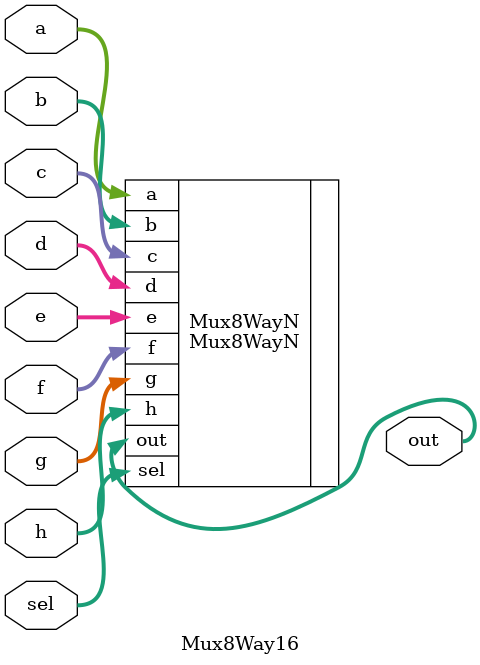
<source format=v>
module Mux8Way16 (
  input wire [15:0] a, b, c, d, e, f, g, h,
  input wire [2:0] sel,
  output wire [15:0] out
);

Mux8WayN #(.width(16)) Mux8WayN(.a(a), .b(b), .c(c), .d(d), .e(e), .f(f), .g(g), .h(h), .sel(sel), .out(out));

endmodule

</source>
